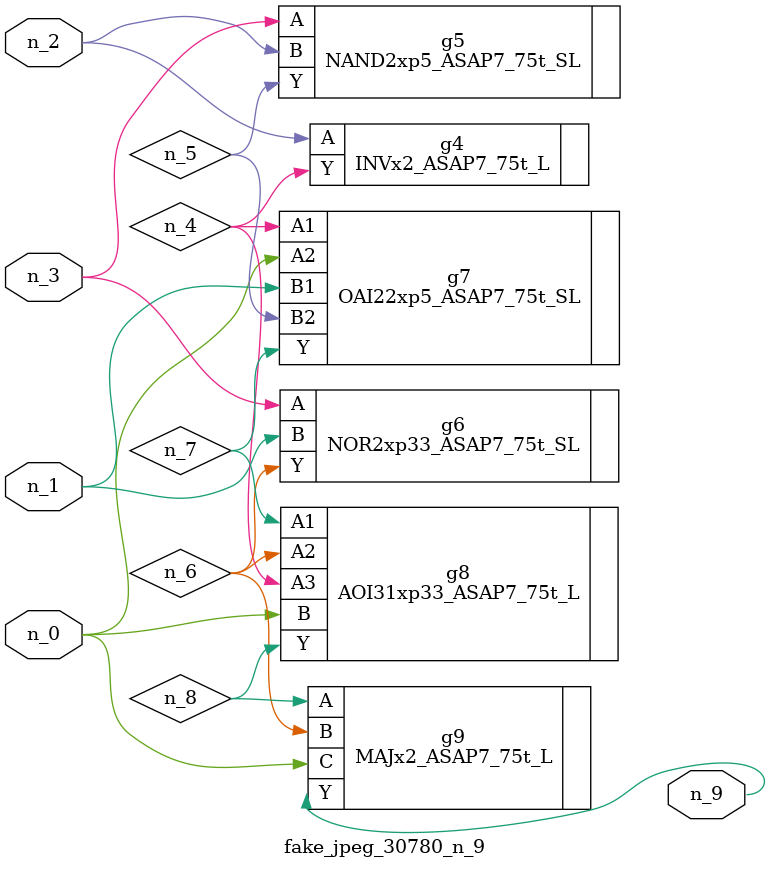
<source format=v>
module fake_jpeg_30780_n_9 (n_0, n_3, n_2, n_1, n_9);

input n_0;
input n_3;
input n_2;
input n_1;

output n_9;

wire n_4;
wire n_8;
wire n_6;
wire n_5;
wire n_7;

INVx2_ASAP7_75t_L g4 ( 
.A(n_2),
.Y(n_4)
);

NAND2xp5_ASAP7_75t_SL g5 ( 
.A(n_3),
.B(n_2),
.Y(n_5)
);

NOR2xp33_ASAP7_75t_SL g6 ( 
.A(n_3),
.B(n_1),
.Y(n_6)
);

OAI22xp5_ASAP7_75t_SL g7 ( 
.A1(n_4),
.A2(n_0),
.B1(n_1),
.B2(n_5),
.Y(n_7)
);

AOI31xp33_ASAP7_75t_L g8 ( 
.A1(n_7),
.A2(n_6),
.A3(n_4),
.B(n_0),
.Y(n_8)
);

MAJx2_ASAP7_75t_L g9 ( 
.A(n_8),
.B(n_6),
.C(n_0),
.Y(n_9)
);


endmodule
</source>
